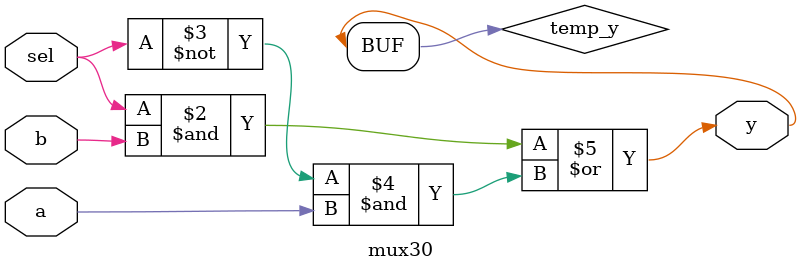
<source format=v>
module mux30(input a, b, sel,
                    output y);
    
    reg temp_y;
    
    always @(*) begin
        temp_y = (sel & b) | (~sel & a);
    end

    assign y = temp_y;
    
endmodule
</source>
